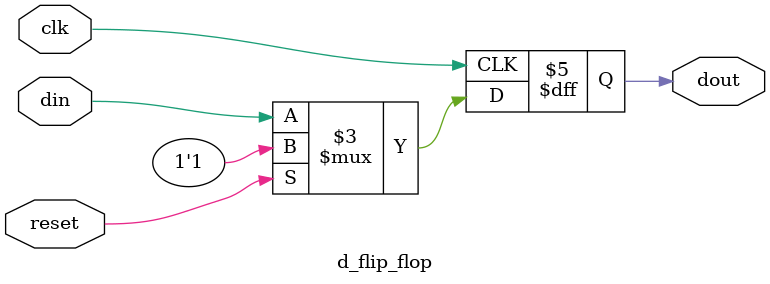
<source format=v>
module siso ( din ,clk ,reset ,dout );

output dout ;

input din ;
input clk ;
input reset ;   
wire [2:0]s;

d_flip_flop u0 (.din(din),
.clk(clk),
.reset(reset),
.dout(s[0]));


d_flip_flop u1 (.din(s[0]),
.clk(clk),
.reset(reset),
.dout(s[1]));


d_flip_flop u2 (.din(s[1]),
.clk(clk),
.reset(reset),
.dout(s[2]));


d_flip_flop u3 (.din(s[2]),
.clk(clk),
.reset(reset),
.dout(dout));


endmodule

module d_flip_flop ( din ,clk ,reset ,dout );

output dout ;
reg dout;

input din ;
input clk ;
input reset ; 

always @ (posedge clk)
begin
 if (reset)
  dout <= 1;
 else
  dout <= din;
end

endmodule
</source>
